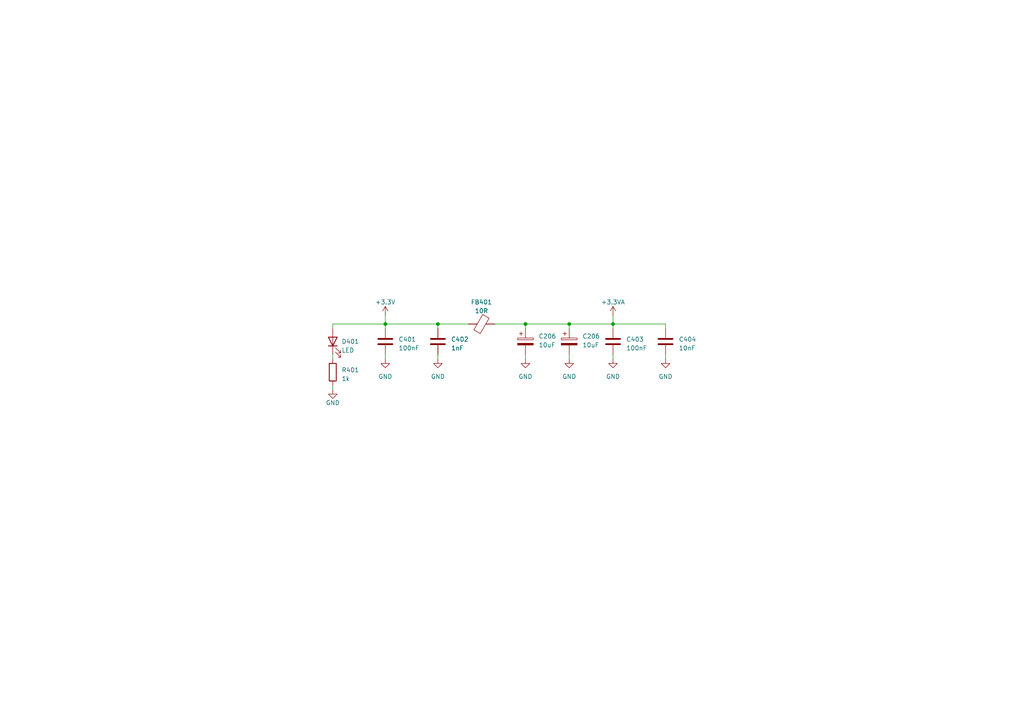
<source format=kicad_sch>
(kicad_sch (version 20230121) (generator eeschema)
  (paper "A4")
  (lib_symbols
    (symbol "Device:C" (pin_numbers hide) (pin_names (offset 0.254))
      (property "Reference" "C" (at 0.635 2.54 0))
      (property "Value" "C" (at 0.635 -2.54 0))
      (symbol "C_0_1"
        (polyline (pts (xy -2.032 -0.762) (xy 2.032 -0.762)) (stroke (width 0.508)))
        (polyline (pts (xy -2.032 0.762) (xy 2.032 0.762)) (stroke (width 0.508)))
      )
      (symbol "C_1_1"
        (pin passive line (at 0 3.81 270) (length 2.794) (name "~") (number "1"))
        (pin passive line (at 0 -3.81 90) (length 2.794) (name "~") (number "2"))
      )
    )
    (symbol "Device:C_Polarized" (pin_numbers hide) (pin_names (offset 0.254))
      (property "Reference" "C" (at 0.635 2.54 0))
      (property "Value" "C_Polarized" (at 0.635 -2.54 0))
      (symbol "C_Polarized_0_1"
        (rectangle (start -2.286 0.508) (end 2.286 1.016))
        (polyline (pts (xy -1.778 2.286) (xy -0.762 2.286)))
        (polyline (pts (xy -1.27 2.794) (xy -1.27 1.778)))
        (rectangle (start 2.286 -0.508) (end -2.286 -1.016) (fill (type outline)))
      )
      (symbol "C_Polarized_1_1"
        (pin passive line (at 0 3.81 270) (length 2.794) (name "~") (number "1"))
        (pin passive line (at 0 -3.81 90) (length 2.794) (name "~") (number "2"))
      )
    )
    (symbol "Device:FerriteBead" (pin_numbers hide) (pin_names (offset 0))
      (property "Reference" "FB" (at -3.81 0.635 90))
      (property "Value" "FerriteBead" (at 3.81 0 90))
      (symbol "FerriteBead_0_1"
        (polyline (pts (xy 0 -1.27) (xy 0 -1.2192)))
        (polyline (pts (xy 0 1.27) (xy 0 1.2954)))
        (polyline (pts (xy -2.7686 0.4064) (xy -1.7018 2.2606) (xy 2.7686 -0.3048) (xy 1.6764 -2.159) (xy -2.7686 0.4064)))
      )
      (symbol "FerriteBead_1_1"
        (pin passive line (at 0 3.81 270) (length 2.54) (name "~") (number "1"))
        (pin passive line (at 0 -3.81 90) (length 2.54) (name "~") (number "2"))
      )
    )
    (symbol "Device:LED" (pin_numbers hide) (pin_names (offset 1.016) hide)
      (property "Reference" "D" (at 0 2.54 0))
      (property "Value" "LED" (at 0 -2.54 0))
      (symbol "LED_0_1"
        (polyline (pts (xy -1.27 -1.27) (xy -1.27 1.27)) (stroke (width 0.254)))
        (polyline (pts (xy -1.27 0) (xy 1.27 0)))
        (polyline (pts (xy 1.27 -1.27) (xy 1.27 1.27) (xy -1.27 0) (xy 1.27 -1.27)) (stroke (width 0.254)))
        (polyline (pts (xy -3.048 -0.762) (xy -4.572 -2.286) (xy -3.81 -2.286) (xy -4.572 -2.286) (xy -4.572 -1.524)))
        (polyline (pts (xy -1.778 -0.762) (xy -3.302 -2.286) (xy -2.54 -2.286) (xy -3.302 -2.286) (xy -3.302 -1.524)))
      )
      (symbol "LED_1_1"
        (pin passive line (at -3.81 0 0) (length 2.54) (name "K") (number "1"))
        (pin passive line (at 3.81 0 180) (length 2.54) (name "A") (number "2"))
      )
    )
    (symbol "Device:R" (pin_numbers hide) (pin_names (offset 0))
      (property "Reference" "R" (at 2.032 0 90))
      (property "Value" "R" (at 0 0 90))
      (symbol "R_0_1"
        (rectangle (start -1.016 -2.54) (end 1.016 2.54) (stroke (width 0.254)))
      )
      (symbol "R_1_1"
        (pin passive line (at 0 3.81 270) (length 1.27) (name "~") (number "1"))
        (pin passive line (at 0 -3.81 90) (length 1.27) (name "~") (number "2"))
      )
    )
    (symbol "power:+3.3V" (power) (pin_names (offset 0))
      (property "Value" "+3.3V" (at 0 3.556 0))
      (symbol "+3.3V_0_1"
        (polyline (pts (xy -0.762 1.27) (xy 0 2.54)))
        (polyline (pts (xy 0 0) (xy 0 2.54)))
        (polyline (pts (xy 0 2.54) (xy 0.762 1.27)))
      )
      (symbol "+3.3V_1_1"
        (pin power_in line (at 0 0 90) (length 0) hide (name "+3.3V") (number "1"))
      )
    )
    (symbol "power:+3.3VA" (power) (pin_names (offset 0))
      (property "Value" "+3.3VA" (at 0 3.556 0))
      (symbol "+3.3VA_0_1"
        (polyline (pts (xy -0.762 1.27) (xy 0 2.54)))
        (polyline (pts (xy 0 0) (xy 0 2.54)))
        (polyline (pts (xy 0 2.54) (xy 0.762 1.27)))
      )
      (symbol "+3.3VA_1_1"
        (pin power_in line (at 0 0 90) (length 0) hide (name "+3.3VA") (number "1"))
      )
    )
    (symbol "power:GND" (power) (pin_names (offset 0))
      (property "Value" "GND" (at 0 -3.81 0))
      (symbol "GND_0_1"
        (polyline (pts (xy 0 0) (xy 0 -1.27) (xy 1.27 -1.27) (xy 0 -2.54) (xy -1.27 -1.27) (xy 0 -1.27)))
      )
      (symbol "GND_1_1"
        (pin power_in line (at 0 0 270) (length 0) hide (name "GND") (number "1"))
      )
    )
  )
  (junction (at 127 93.98))
  (junction (at 165.1 93.98))
  (junction (at 177.8 93.98))
  (junction (at 111.76 93.98))
  (junction (at 152.4 93.98))
  (wire (pts (xy 165.1 93.98) (xy 152.4 93.98)))
  (wire (pts (xy 96.52 93.98) (xy 111.76 93.98)))
  (wire (pts (xy 165.1 102.87) (xy 165.1 104.14)))
  (wire (pts (xy 165.1 93.98) (xy 177.8 93.98)))
  (wire (pts (xy 111.76 102.87) (xy 111.76 104.14)))
  (wire (pts (xy 111.76 93.98) (xy 111.76 95.25)))
  (wire (pts (xy 152.4 102.87) (xy 152.4 104.14)))
  (wire (pts (xy 96.52 111.76) (xy 96.52 113.03)))
  (wire (pts (xy 165.1 95.25) (xy 165.1 93.98)))
  (wire (pts (xy 193.04 93.98) (xy 193.04 95.25)))
  (wire (pts (xy 135.89 93.98) (xy 127 93.98)))
  (wire (pts (xy 127 93.98) (xy 127 95.25)))
  (wire (pts (xy 193.04 102.87) (xy 193.04 104.14)))
  (wire (pts (xy 177.8 93.98) (xy 177.8 95.25)))
  (wire (pts (xy 177.8 91.44) (xy 177.8 93.98)))
  (wire (pts (xy 193.04 93.98) (xy 177.8 93.98)))
  (wire (pts (xy 152.4 93.98) (xy 152.4 95.25)))
  (wire (pts (xy 111.76 93.98) (xy 111.76 91.44)))
  (wire (pts (xy 96.52 102.87) (xy 96.52 104.14)))
  (wire (pts (xy 143.51 93.98) (xy 152.4 93.98)))
  (wire (pts (xy 127 93.98) (xy 111.76 93.98)))
  (wire (pts (xy 177.8 102.87) (xy 177.8 104.14)))
  (wire (pts (xy 96.52 93.98) (xy 96.52 95.25)))
  (wire (pts (xy 127 102.87) (xy 127 104.14)))
  (symbol (lib_id "Device:C") (at 177.8 99.06 0) (unit 1)
    (property "Reference" "C403" (at 181.61 98.425 0) (effects (justify left)))
    (property "Value" "100nF" (at 181.61 100.965 0) (effects (justify left)))
  )
  (symbol (lib_id "Device:C_Polarized") (at 152.4 99.06 0) (unit 1)
    (property "Reference" "C206" (at 156.21 97.536 0) (effects (justify left)))
    (property "Value" "10uF" (at 156.21 100.076 0) (effects (justify left)))
    (property "Footprint" "Capacitor_Tantalum_SMD:CP_EIA-3216-18_Kemet-A" (effects hide))
    (instances (project "Quad_RAK3172_Board" (path "" (reference "C206") (unit 1))) (project "TLV320ADC6120-MOD" (path "" (reference "C301") (unit 1)) (path "" (reference "C405") (unit 1))) (project "STM32-USB-Audio-Board" (path "" (reference "C311") (unit 1)) (path "" (reference "C501") (unit 1)) (path "" (reference "C601") (unit 1))))
  )
  (symbol (lib_id "Device:R") (at 96.52 107.95 0) (unit 1)
    (property "Reference" "R401" (at 99.06 107.315 0) (effects (justify left)))
    (property "Value" "1k" (at 99.06 109.855 0) (effects (justify left)))
    (property "Footprint" "Resistor_SMD:R_0402_1005Metric" (effects hide))
    (instances (project "TLV320ADC6120-MOD" (path "" (reference "R401") (unit 1))) (project "STM32-USB-Audio-Board" (path "" (reference "R702") (unit 1))))
  )
  (symbol (lib_id "power:GND") (at 177.8 104.14 0) (unit 1)
    (property "Reference" "#PWR0405" (effects hide))
    (property "Value" "GND" (at 177.8 109.22 0))
  )
  (symbol (lib_id "Device:FerriteBead") (at 139.7 93.98 90) (unit 1)
    (property "Reference" "FB401" (at 139.6492 87.63 90))
    (property "Value" "10R" (at 139.6492 90.17 90))
  )
  (symbol (lib_id "power:GND") (at 152.4 104.14 0) (unit 1)
    (property "Reference" "#PWR0408" (effects hide))
    (property "Value" "GND" (at 152.4 109.22 0))
  )
  (symbol (lib_id "Device:C") (at 111.76 99.06 0) (unit 1)
    (property "Reference" "C401" (at 115.57 98.425 0) (effects (justify left)))
    (property "Value" "100nF" (at 115.57 100.965 0) (effects (justify left)))
  )
  (symbol (lib_id "power:+3.3V") (at 111.76 91.44 0) (unit 1)
    (property "Reference" "#PWR0401" (effects hide))
    (property "Value" "+3.3V" (at 111.76 87.63 0))
  )
  (symbol (lib_id "power:GND") (at 193.04 104.14 0) (unit 1)
    (property "Reference" "#PWR0406" (effects hide))
    (property "Value" "GND" (at 193.04 109.22 0))
  )
  (symbol (lib_id "power:+3.3VA") (at 177.8 91.44 0) (unit 1)
    (property "Reference" "#PWR0402" (effects hide))
    (property "Value" "+3.3VA" (at 177.8 87.63 0))
  )
  (symbol (lib_id "power:GND") (at 96.52 113.03 0) (unit 1)
    (property "Reference" "#PWR0309" (effects hide))
    (property "Value" "GND" (at 96.52 116.84 0))
    (instances (project "Quad_RAK3172_Board" (path "" (reference "#PWR0309") (unit 1))) (project "TLV320ADC6120-MOD" (path "" (reference "#PWR0409") (unit 1))) (project "STM32-USB-Audio-Board" (path "" (reference "#PWR0209") (unit 1)) (path "" (reference "#PWR0709") (unit 1))))
  )
  (symbol (lib_id "Device:C") (at 127 99.06 0) (unit 1)
    (property "Reference" "C402" (at 130.81 98.425 0) (effects (justify left)))
    (property "Value" "1nF" (at 130.81 100.965 0) (effects (justify left)))
  )
  (symbol (lib_id "power:GND") (at 165.1 104.14 0) (unit 1)
    (property "Reference" "#PWR0407" (effects hide))
    (property "Value" "GND" (at 165.1 109.22 0))
  )
  (symbol (lib_id "power:GND") (at 127 104.14 0) (unit 1)
    (property "Reference" "#PWR0404" (effects hide))
    (property "Value" "GND" (at 127 109.22 0))
  )
  (symbol (lib_id "Device:C_Polarized") (at 165.1 99.06 0) (unit 1)
    (property "Reference" "C206" (at 168.91 97.536 0) (effects (justify left)))
    (property "Value" "10uF" (at 168.91 100.076 0) (effects (justify left)))
    (property "Footprint" "Capacitor_Tantalum_SMD:CP_EIA-3216-18_Kemet-A" (effects hide))
    (instances (project "Quad_RAK3172_Board" (path "" (reference "C206") (unit 1))) (project "TLV320ADC6120-MOD" (path "" (reference "C302") (unit 1)) (path "" (reference "C406") (unit 1))) (project "STM32-USB-Audio-Board" (path "" (reference "C311") (unit 1)) (path "" (reference "C502") (unit 1)) (path "" (reference "C602") (unit 1))))
  )
  (symbol (lib_id "Device:C") (at 193.04 99.06 0) (unit 1)
    (property "Reference" "C404" (at 196.85 98.425 0) (effects (justify left)))
    (property "Value" "10nF" (at 196.85 100.965 0) (effects (justify left)))
  )
  (symbol (lib_id "Device:LED") (at 96.52 99.06 90) (unit 1)
    (property "Reference" "D401" (at 99.06 99.06 90) (effects (justify right)))
    (property "Value" "LED" (at 99.06 101.6 90) (effects (justify right)))
    (property "Footprint" "LED_SMD:LED_0603_1608Metric" (effects hide))
    (instances (project "TLV320ADC6120-MOD" (path "" (reference "D401") (unit 1))) (project "STM32-USB-Audio-Board" (path "" (reference "D701") (unit 1))))
  )
  (symbol (lib_id "power:GND") (at 111.76 104.14 0) (unit 1)
    (property "Reference" "#PWR0403" (effects hide))
    (property "Value" "GND" (at 111.76 109.22 0))
  )
)
</source>
